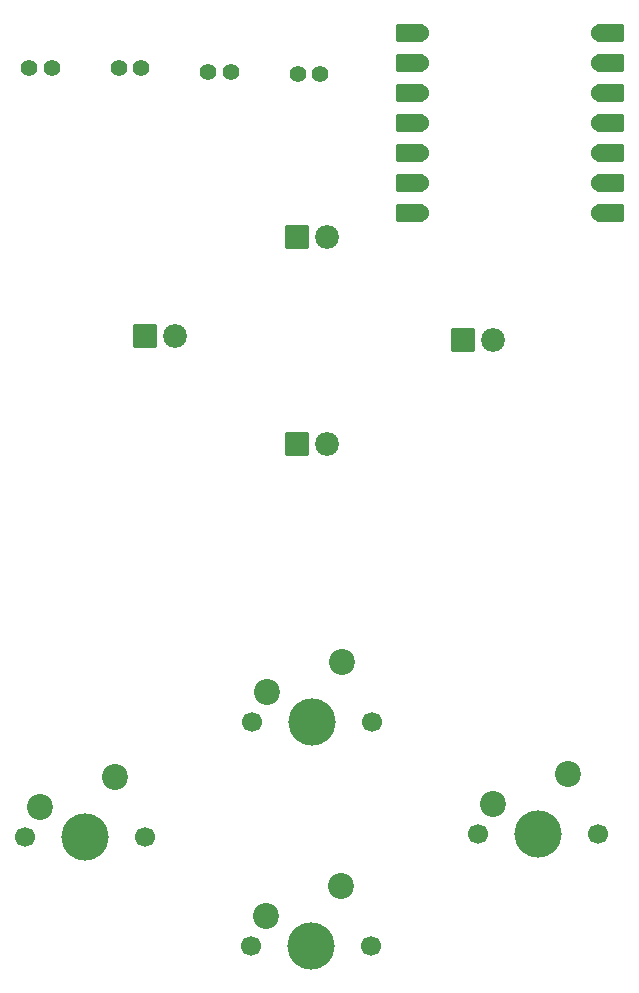
<source format=gbr>
%TF.GenerationSoftware,KiCad,Pcbnew,9.0.2*%
%TF.CreationDate,2025-07-04T19:57:49+05:30*%
%TF.ProjectId,clackade,636c6163-6b61-4646-952e-6b696361645f,rev?*%
%TF.SameCoordinates,Original*%
%TF.FileFunction,Soldermask,Bot*%
%TF.FilePolarity,Negative*%
%FSLAX46Y46*%
G04 Gerber Fmt 4.6, Leading zero omitted, Abs format (unit mm)*
G04 Created by KiCad (PCBNEW 9.0.2) date 2025-07-04 19:57:49*
%MOMM*%
%LPD*%
G01*
G04 APERTURE LIST*
G04 Aperture macros list*
%AMRoundRect*
0 Rectangle with rounded corners*
0 $1 Rounding radius*
0 $2 $3 $4 $5 $6 $7 $8 $9 X,Y pos of 4 corners*
0 Add a 4 corners polygon primitive as box body*
4,1,4,$2,$3,$4,$5,$6,$7,$8,$9,$2,$3,0*
0 Add four circle primitives for the rounded corners*
1,1,$1+$1,$2,$3*
1,1,$1+$1,$4,$5*
1,1,$1+$1,$6,$7*
1,1,$1+$1,$8,$9*
0 Add four rect primitives between the rounded corners*
20,1,$1+$1,$2,$3,$4,$5,0*
20,1,$1+$1,$4,$5,$6,$7,0*
20,1,$1+$1,$6,$7,$8,$9,0*
20,1,$1+$1,$8,$9,$2,$3,0*%
G04 Aperture macros list end*
%ADD10C,2.019000*%
%ADD11RoundRect,0.102000X-0.907500X-0.907500X0.907500X-0.907500X0.907500X0.907500X-0.907500X0.907500X0*%
%ADD12C,1.400000*%
%ADD13C,1.700000*%
%ADD14C,4.000000*%
%ADD15C,2.200000*%
%ADD16RoundRect,0.152400X-1.063600X-0.609600X1.063600X-0.609600X1.063600X0.609600X-1.063600X0.609600X0*%
%ADD17C,1.524000*%
%ADD18RoundRect,0.152400X1.063600X0.609600X-1.063600X0.609600X-1.063600X-0.609600X1.063600X-0.609600X0*%
G04 APERTURE END LIST*
D10*
%TO.C,D4*%
X99141000Y-98839000D03*
D11*
X96601000Y-98839000D03*
%TD*%
D12*
%TO.C,R1*%
X75805000Y-67000000D03*
X73905000Y-67000000D03*
%TD*%
D13*
%TO.C,SW4*%
X92672700Y-141342200D03*
D14*
X97752700Y-141342200D03*
D13*
X102832700Y-141342200D03*
D15*
X100292700Y-136262200D03*
X93942700Y-138802200D03*
%TD*%
D13*
%TO.C,SW2*%
X73572700Y-132122200D03*
D14*
X78652700Y-132122200D03*
D13*
X83732700Y-132122200D03*
D15*
X81192700Y-127042200D03*
X74842700Y-129582200D03*
%TD*%
D12*
%TO.C,R4*%
X98562200Y-67542700D03*
X96662200Y-67542700D03*
%TD*%
%TO.C,R3*%
X90962200Y-67342700D03*
X89062200Y-67342700D03*
%TD*%
D10*
%TO.C,D1*%
X99141000Y-81339000D03*
D11*
X96601000Y-81339000D03*
%TD*%
D10*
%TO.C,D2*%
X86271000Y-89739000D03*
D11*
X83731000Y-89739000D03*
%TD*%
D10*
%TO.C,D3*%
X113141000Y-90039000D03*
D11*
X110601000Y-90039000D03*
%TD*%
D13*
%TO.C,SW3*%
X111882700Y-131882200D03*
D14*
X116962700Y-131882200D03*
D13*
X122042700Y-131882200D03*
D15*
X119502700Y-126802200D03*
X113152700Y-129342200D03*
%TD*%
D13*
%TO.C,SW1*%
X92732700Y-122422200D03*
D14*
X97812700Y-122422200D03*
D13*
X102892700Y-122422200D03*
D15*
X100352700Y-117342200D03*
X94002700Y-119882200D03*
%TD*%
D12*
%TO.C,R2*%
X83405000Y-67000000D03*
X81505000Y-67000000D03*
%TD*%
D16*
%TO.C,U1*%
X123055000Y-64048500D03*
D17*
X122220000Y-64048500D03*
D16*
X123055000Y-66588500D03*
D17*
X122220000Y-66588500D03*
D16*
X123055000Y-69128500D03*
D17*
X122220000Y-69128500D03*
D16*
X123055000Y-71668500D03*
D17*
X122220000Y-71668500D03*
D16*
X123055000Y-74208500D03*
D17*
X122220000Y-74208500D03*
D16*
X123055000Y-76748500D03*
D17*
X122220000Y-76748500D03*
D16*
X123055000Y-79288500D03*
D17*
X122220000Y-79288500D03*
X106980000Y-79288500D03*
D18*
X106145000Y-79288500D03*
D17*
X106980000Y-76748500D03*
D18*
X106145000Y-76748500D03*
D17*
X106980000Y-74208500D03*
D18*
X106145000Y-74208500D03*
D17*
X106980000Y-71668500D03*
D18*
X106145000Y-71668500D03*
D17*
X106980000Y-69128500D03*
D18*
X106145000Y-69128500D03*
D17*
X106980000Y-66588500D03*
D18*
X106145000Y-66588500D03*
D17*
X106980000Y-64048500D03*
D18*
X106145000Y-64048500D03*
%TD*%
M02*

</source>
